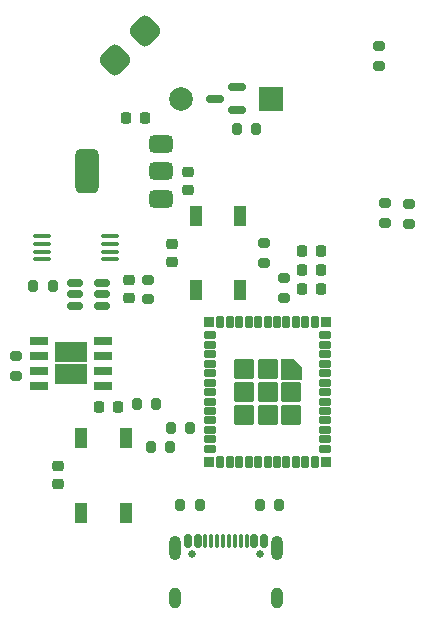
<source format=gbr>
%TF.GenerationSoftware,KiCad,Pcbnew,8.0.4*%
%TF.CreationDate,2024-08-11T09:47:25+05:30*%
%TF.ProjectId,Wrkshp_PCB_test,57726b73-6870-45f5-9043-425f74657374,rev?*%
%TF.SameCoordinates,Original*%
%TF.FileFunction,Soldermask,Top*%
%TF.FilePolarity,Negative*%
%FSLAX46Y46*%
G04 Gerber Fmt 4.6, Leading zero omitted, Abs format (unit mm)*
G04 Created by KiCad (PCBNEW 8.0.4) date 2024-08-11 09:47:25*
%MOMM*%
%LPD*%
G01*
G04 APERTURE LIST*
G04 Aperture macros list*
%AMRoundRect*
0 Rectangle with rounded corners*
0 $1 Rounding radius*
0 $2 $3 $4 $5 $6 $7 $8 $9 X,Y pos of 4 corners*
0 Add a 4 corners polygon primitive as box body*
4,1,4,$2,$3,$4,$5,$6,$7,$8,$9,$2,$3,0*
0 Add four circle primitives for the rounded corners*
1,1,$1+$1,$2,$3*
1,1,$1+$1,$4,$5*
1,1,$1+$1,$6,$7*
1,1,$1+$1,$8,$9*
0 Add four rect primitives between the rounded corners*
20,1,$1+$1,$2,$3,$4,$5,0*
20,1,$1+$1,$4,$5,$6,$7,0*
20,1,$1+$1,$6,$7,$8,$9,0*
20,1,$1+$1,$8,$9,$2,$3,0*%
G04 Aperture macros list end*
%ADD10C,0.010000*%
%ADD11RoundRect,0.200000X0.275000X-0.200000X0.275000X0.200000X-0.275000X0.200000X-0.275000X-0.200000X0*%
%ADD12RoundRect,0.550000X-0.777817X0.000000X0.000000X-0.777817X0.777817X0.000000X0.000000X0.777817X0*%
%ADD13RoundRect,0.375000X0.625000X0.375000X-0.625000X0.375000X-0.625000X-0.375000X0.625000X-0.375000X0*%
%ADD14RoundRect,0.500000X0.500000X1.400000X-0.500000X1.400000X-0.500000X-1.400000X0.500000X-1.400000X0*%
%ADD15RoundRect,0.200000X0.200000X0.275000X-0.200000X0.275000X-0.200000X-0.275000X0.200000X-0.275000X0*%
%ADD16RoundRect,0.200000X-0.200000X-0.275000X0.200000X-0.275000X0.200000X0.275000X-0.200000X0.275000X0*%
%ADD17RoundRect,0.102000X-0.200000X0.400000X-0.200000X-0.400000X0.200000X-0.400000X0.200000X0.400000X0*%
%ADD18RoundRect,0.102000X-0.400000X0.200000X-0.400000X-0.200000X0.400000X-0.200000X0.400000X0.200000X0*%
%ADD19RoundRect,0.102000X-0.725000X0.725000X-0.725000X-0.725000X0.725000X-0.725000X0.725000X0.725000X0*%
%ADD20RoundRect,0.102000X-0.350000X0.350000X-0.350000X-0.350000X0.350000X-0.350000X0.350000X0.350000X0*%
%ADD21RoundRect,0.225000X0.250000X-0.225000X0.250000X0.225000X-0.250000X0.225000X-0.250000X-0.225000X0*%
%ADD22RoundRect,0.200000X-0.275000X0.200000X-0.275000X-0.200000X0.275000X-0.200000X0.275000X0.200000X0*%
%ADD23R,1.000000X1.700000*%
%ADD24RoundRect,0.150000X-0.512500X-0.150000X0.512500X-0.150000X0.512500X0.150000X-0.512500X0.150000X0*%
%ADD25R,1.500000X0.650000*%
%ADD26R,1.350000X1.800000*%
%ADD27RoundRect,0.225000X-0.225000X-0.250000X0.225000X-0.250000X0.225000X0.250000X-0.225000X0.250000X0*%
%ADD28RoundRect,0.100000X0.637500X0.100000X-0.637500X0.100000X-0.637500X-0.100000X0.637500X-0.100000X0*%
%ADD29RoundRect,0.225000X-0.250000X0.225000X-0.250000X-0.225000X0.250000X-0.225000X0.250000X0.225000X0*%
%ADD30RoundRect,0.225000X0.225000X0.250000X-0.225000X0.250000X-0.225000X-0.250000X0.225000X-0.250000X0*%
%ADD31C,0.650000*%
%ADD32RoundRect,0.150000X-0.150000X-0.425000X0.150000X-0.425000X0.150000X0.425000X-0.150000X0.425000X0*%
%ADD33RoundRect,0.075000X-0.075000X-0.500000X0.075000X-0.500000X0.075000X0.500000X-0.075000X0.500000X0*%
%ADD34O,1.000000X2.100000*%
%ADD35O,1.000000X1.800000*%
%ADD36RoundRect,0.150000X0.587500X0.150000X-0.587500X0.150000X-0.587500X-0.150000X0.587500X-0.150000X0*%
%ADD37R,2.000000X2.000000*%
%ADD38C,2.000000*%
G04 APERTURE END LIST*
D10*
%TO.C,U1*%
X149510000Y-97293800D02*
X149510000Y-98283800D01*
X147860000Y-98283800D01*
X147860000Y-96633800D01*
X148850000Y-96633800D01*
X149510000Y-97293800D01*
G36*
X149510000Y-97293800D02*
G01*
X149510000Y-98283800D01*
X147860000Y-98283800D01*
X147860000Y-96633800D01*
X148850000Y-96633800D01*
X149510000Y-97293800D01*
G37*
%TD*%
D11*
%TO.C,R10*%
X156108400Y-71792600D03*
X156108400Y-70142600D03*
%TD*%
D12*
%TO.C,BT1*%
X136309036Y-68821364D03*
X133794564Y-71335836D03*
%TD*%
D11*
%TO.C,R5*%
X125389000Y-98038900D03*
X125389000Y-96388900D03*
%TD*%
D13*
%TO.C,U2*%
X137719200Y-83046600D03*
X137719200Y-80746600D03*
D14*
X131419200Y-80746600D03*
D13*
X137719200Y-78446600D03*
%TD*%
D15*
%TO.C,R1*%
X140956800Y-108991400D03*
X139306800Y-108991400D03*
%TD*%
D16*
%TO.C,R2*%
X146037800Y-108991400D03*
X147687800Y-108991400D03*
%TD*%
D17*
%TO.C,U1*%
X150710000Y-93533800D03*
X149910000Y-93533800D03*
X149110000Y-93533800D03*
X148310000Y-93533800D03*
X147510000Y-93533800D03*
X146710000Y-93533800D03*
X145910000Y-93533800D03*
X145110000Y-93533800D03*
X144310000Y-93533800D03*
X143510000Y-93533800D03*
X142710000Y-93533800D03*
D18*
X141810000Y-94633800D03*
X141810000Y-95433800D03*
X141810000Y-96233800D03*
X141810000Y-97033800D03*
X141810000Y-97833800D03*
X141810000Y-98633800D03*
X141810000Y-99433800D03*
X141810000Y-100233800D03*
X141810000Y-101033800D03*
X141810000Y-101833800D03*
X141810000Y-102633800D03*
X141810000Y-103433800D03*
X141810000Y-104233800D03*
D17*
X142710000Y-105333800D03*
X143510000Y-105333800D03*
X144310000Y-105333800D03*
X145110000Y-105333800D03*
X145910000Y-105333800D03*
X146710000Y-105333800D03*
X147510000Y-105333800D03*
X148310000Y-105333800D03*
X149110000Y-105333800D03*
X149910000Y-105333800D03*
X150710000Y-105333800D03*
D18*
X151610000Y-104233800D03*
X151610000Y-103433800D03*
X151610000Y-102633800D03*
X151610000Y-101833800D03*
X151610000Y-101033800D03*
X151610000Y-100233800D03*
X151610000Y-99433800D03*
X151610000Y-98633800D03*
X151610000Y-97833800D03*
X151610000Y-97033800D03*
X151610000Y-96233800D03*
X151610000Y-95433800D03*
X151610000Y-94633800D03*
D19*
X146710000Y-97458800D03*
X144735000Y-97458800D03*
X148685000Y-99433800D03*
X146710000Y-99433800D03*
X144735000Y-99433800D03*
X148685000Y-101408800D03*
X146710000Y-101408800D03*
X144735000Y-101408800D03*
D20*
X151660000Y-105383800D03*
X141760000Y-105383800D03*
X141760000Y-93483800D03*
X151660000Y-93483800D03*
%TD*%
D21*
%TO.C,C5*%
X128955800Y-107251800D03*
X128955800Y-105701800D03*
%TD*%
D22*
%TO.C,R4*%
X136550400Y-89916800D03*
X136550400Y-91566800D03*
%TD*%
D23*
%TO.C,SW3*%
X130891200Y-109626800D03*
X130891200Y-103326800D03*
X134691200Y-109626800D03*
X134691200Y-103326800D03*
%TD*%
D24*
%TO.C,U3*%
X130378200Y-90200400D03*
X130378200Y-91150400D03*
X130378200Y-92100400D03*
X132653200Y-92100400D03*
X132653200Y-91150400D03*
X132653200Y-90200400D03*
%TD*%
D25*
%TO.C,U4*%
X127337200Y-95061200D03*
X127337200Y-96331200D03*
X127337200Y-97601200D03*
X127337200Y-98871200D03*
X132737200Y-98871200D03*
X132737200Y-97601200D03*
X132737200Y-96331200D03*
X132737200Y-95061200D03*
D26*
X129362200Y-96066200D03*
X129362200Y-97866200D03*
X130712200Y-96066200D03*
X130712200Y-97866200D03*
%TD*%
D15*
%TO.C,R14*%
X138493000Y-104114600D03*
X136843000Y-104114600D03*
%TD*%
D23*
%TO.C,SW2*%
X140619400Y-90805400D03*
X140619400Y-84505400D03*
X144419400Y-90805400D03*
X144419400Y-84505400D03*
%TD*%
D27*
%TO.C,C7*%
X149643800Y-89103200D03*
X151193800Y-89103200D03*
%TD*%
D22*
%TO.C,R8*%
X156641800Y-83426800D03*
X156641800Y-85076800D03*
%TD*%
D28*
%TO.C,Q2*%
X133367700Y-88198600D03*
X133367700Y-87548600D03*
X133367700Y-86898600D03*
X133367700Y-86248600D03*
X127642700Y-86248600D03*
X127642700Y-86898600D03*
X127642700Y-87548600D03*
X127642700Y-88198600D03*
%TD*%
D29*
%TO.C,C2*%
X140004800Y-80784400D03*
X140004800Y-82334400D03*
%TD*%
D16*
%TO.C,R3*%
X144082000Y-77139800D03*
X145732000Y-77139800D03*
%TD*%
D15*
%TO.C,R7*%
X128536200Y-90449400D03*
X126886200Y-90449400D03*
%TD*%
D21*
%TO.C,C3*%
X134950200Y-91503800D03*
X134950200Y-89953800D03*
%TD*%
D11*
%TO.C,R13*%
X146398600Y-88490800D03*
X146398600Y-86840800D03*
%TD*%
D30*
%TO.C,C9*%
X134010400Y-100660200D03*
X132460400Y-100660200D03*
%TD*%
D15*
%TO.C,R15*%
X137299200Y-100457000D03*
X135649200Y-100457000D03*
%TD*%
D16*
%TO.C,R11*%
X138494000Y-102438200D03*
X140144000Y-102438200D03*
%TD*%
D27*
%TO.C,C8*%
X149643800Y-90728800D03*
X151193800Y-90728800D03*
%TD*%
%TO.C,C6*%
X149643800Y-87452200D03*
X151193800Y-87452200D03*
%TD*%
D31*
%TO.C,J1*%
X140289800Y-113142800D03*
X146069800Y-113142800D03*
D32*
X139979800Y-112067800D03*
X140779800Y-112067800D03*
D33*
X141929800Y-112067800D03*
X142929800Y-112067800D03*
X143429800Y-112067800D03*
X144429800Y-112067800D03*
D32*
X145579800Y-112067800D03*
X146379800Y-112067800D03*
X146379800Y-112067800D03*
X145579800Y-112067800D03*
D33*
X144929800Y-112067800D03*
X143929800Y-112067800D03*
X142429800Y-112067800D03*
X141429800Y-112067800D03*
D32*
X140779800Y-112067800D03*
X139979800Y-112067800D03*
D34*
X138859800Y-112642800D03*
D35*
X138859800Y-116822800D03*
D34*
X147499800Y-112642800D03*
D35*
X147499800Y-116822800D03*
%TD*%
D22*
%TO.C,R12*%
X148082000Y-89802200D03*
X148082000Y-91452200D03*
%TD*%
%TO.C,R9*%
X158648400Y-83528400D03*
X158648400Y-85178400D03*
%TD*%
D36*
%TO.C,Q1*%
X144117300Y-75525000D03*
X144117300Y-73625000D03*
X142242300Y-74575000D03*
%TD*%
D30*
%TO.C,C1*%
X136309400Y-76250800D03*
X134759400Y-76250800D03*
%TD*%
D21*
%TO.C,C4*%
X138626200Y-88440800D03*
X138626200Y-86890800D03*
%TD*%
D37*
%TO.C,BZ1*%
X146979800Y-74575000D03*
D38*
X139379800Y-74575000D03*
%TD*%
M02*

</source>
